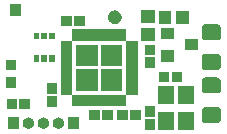
<source format=gts>
G04 #@! TF.GenerationSoftware,KiCad,Pcbnew,5.0.0-rc3+dfsg1-2*
G04 #@! TF.CreationDate,2018-07-25T10:31:46+09:00*
G04 #@! TF.ProjectId,fst-01,6673742D30312E6B696361645F706362,rev?*
G04 #@! TF.SameCoordinates,Original*
G04 #@! TF.FileFunction,Soldermask,Top*
G04 #@! TF.FilePolarity,Negative*
%FSLAX46Y46*%
G04 Gerber Fmt 4.6, Leading zero omitted, Abs format (unit mm)*
G04 Created by KiCad (PCBNEW 5.0.0-rc3+dfsg1-2) date Wed Jul 25 10:31:46 2018*
%MOMM*%
%LPD*%
G01*
G04 APERTURE LIST*
%ADD10C,0.150000*%
G04 APERTURE END LIST*
D10*
G36*
X122218450Y-103761540D02*
X121367550Y-103761540D01*
X121367550Y-102847140D01*
X122218450Y-102847140D01*
X122218450Y-103761540D01*
X122218450Y-103761540D01*
G37*
G36*
X125563137Y-103759614D02*
X124216937Y-103759614D01*
X124216937Y-102210214D01*
X125563137Y-102210214D01*
X125563137Y-103759614D01*
X125563137Y-103759614D01*
G37*
G36*
X123861337Y-103759614D02*
X122515137Y-103759614D01*
X122515137Y-102210214D01*
X123861337Y-102210214D01*
X123861337Y-103759614D01*
X123861337Y-103759614D01*
G37*
G36*
X112914902Y-102716900D02*
X112946917Y-102730161D01*
X113001564Y-102752796D01*
X113001565Y-102752797D01*
X113079560Y-102804911D01*
X113145889Y-102871240D01*
X113182513Y-102926053D01*
X113198004Y-102949236D01*
X113204113Y-102963985D01*
X113233900Y-103035898D01*
X113252200Y-103127898D01*
X113252200Y-103221702D01*
X113233900Y-103313702D01*
X113233898Y-103313706D01*
X113198004Y-103400364D01*
X113198003Y-103400365D01*
X113145889Y-103478360D01*
X113079560Y-103544689D01*
X113020997Y-103583819D01*
X113001564Y-103596804D01*
X112946917Y-103619439D01*
X112914902Y-103632700D01*
X112822902Y-103651000D01*
X112729098Y-103651000D01*
X112637098Y-103632700D01*
X112605083Y-103619439D01*
X112550436Y-103596804D01*
X112531003Y-103583819D01*
X112472440Y-103544689D01*
X112406111Y-103478360D01*
X112353997Y-103400365D01*
X112353996Y-103400364D01*
X112318102Y-103313706D01*
X112318100Y-103313702D01*
X112299800Y-103221702D01*
X112299800Y-103127898D01*
X112318100Y-103035898D01*
X112347887Y-102963985D01*
X112353996Y-102949236D01*
X112369487Y-102926053D01*
X112406111Y-102871240D01*
X112472440Y-102804911D01*
X112550435Y-102752797D01*
X112550436Y-102752796D01*
X112605083Y-102730161D01*
X112637098Y-102716900D01*
X112729098Y-102698600D01*
X112822902Y-102698600D01*
X112914902Y-102716900D01*
X112914902Y-102716900D01*
G37*
G36*
X111644902Y-102716900D02*
X111676917Y-102730161D01*
X111731564Y-102752796D01*
X111731565Y-102752797D01*
X111809560Y-102804911D01*
X111875889Y-102871240D01*
X111912513Y-102926053D01*
X111928004Y-102949236D01*
X111934113Y-102963985D01*
X111963900Y-103035898D01*
X111982200Y-103127898D01*
X111982200Y-103221702D01*
X111963900Y-103313702D01*
X111963898Y-103313706D01*
X111928004Y-103400364D01*
X111928003Y-103400365D01*
X111875889Y-103478360D01*
X111809560Y-103544689D01*
X111750997Y-103583819D01*
X111731564Y-103596804D01*
X111676917Y-103619439D01*
X111644902Y-103632700D01*
X111552902Y-103651000D01*
X111459098Y-103651000D01*
X111367098Y-103632700D01*
X111335083Y-103619439D01*
X111280436Y-103596804D01*
X111261003Y-103583819D01*
X111202440Y-103544689D01*
X111136111Y-103478360D01*
X111083997Y-103400365D01*
X111083996Y-103400364D01*
X111048102Y-103313706D01*
X111048100Y-103313702D01*
X111029800Y-103221702D01*
X111029800Y-103127898D01*
X111048100Y-103035898D01*
X111077887Y-102963985D01*
X111083996Y-102949236D01*
X111099487Y-102926053D01*
X111136111Y-102871240D01*
X111202440Y-102804911D01*
X111280435Y-102752797D01*
X111280436Y-102752796D01*
X111335083Y-102730161D01*
X111367098Y-102716900D01*
X111459098Y-102698600D01*
X111552902Y-102698600D01*
X111644902Y-102716900D01*
X111644902Y-102716900D01*
G37*
G36*
X110712200Y-103651000D02*
X109759800Y-103651000D01*
X109759800Y-102698600D01*
X110712200Y-102698600D01*
X110712200Y-103651000D01*
X110712200Y-103651000D01*
G37*
G36*
X114184902Y-102716900D02*
X114216917Y-102730161D01*
X114271564Y-102752796D01*
X114271565Y-102752797D01*
X114349560Y-102804911D01*
X114415889Y-102871240D01*
X114452513Y-102926053D01*
X114468004Y-102949236D01*
X114474113Y-102963985D01*
X114503900Y-103035898D01*
X114522200Y-103127898D01*
X114522200Y-103221702D01*
X114503900Y-103313702D01*
X114503898Y-103313706D01*
X114468004Y-103400364D01*
X114468003Y-103400365D01*
X114415889Y-103478360D01*
X114349560Y-103544689D01*
X114290997Y-103583819D01*
X114271564Y-103596804D01*
X114216917Y-103619439D01*
X114184902Y-103632700D01*
X114092902Y-103651000D01*
X113999098Y-103651000D01*
X113907098Y-103632700D01*
X113875083Y-103619439D01*
X113820436Y-103596804D01*
X113801003Y-103583819D01*
X113742440Y-103544689D01*
X113676111Y-103478360D01*
X113623997Y-103400365D01*
X113623996Y-103400364D01*
X113588102Y-103313706D01*
X113588100Y-103313702D01*
X113569800Y-103221702D01*
X113569800Y-103127898D01*
X113588100Y-103035898D01*
X113617887Y-102963985D01*
X113623996Y-102949236D01*
X113639487Y-102926053D01*
X113676111Y-102871240D01*
X113742440Y-102804911D01*
X113820435Y-102752797D01*
X113820436Y-102752796D01*
X113875083Y-102730161D01*
X113907098Y-102716900D01*
X113999098Y-102698600D01*
X114092902Y-102698600D01*
X114184902Y-102716900D01*
X114184902Y-102716900D01*
G37*
G36*
X115792200Y-103651000D02*
X114839800Y-103651000D01*
X114839800Y-102698600D01*
X115792200Y-102698600D01*
X115792200Y-103651000D01*
X115792200Y-103651000D01*
G37*
G36*
X127579553Y-101826488D02*
X127636968Y-101843904D01*
X127689877Y-101872184D01*
X127736254Y-101910246D01*
X127774316Y-101956623D01*
X127802596Y-102009532D01*
X127820012Y-102066947D01*
X127826200Y-102129767D01*
X127826200Y-102863233D01*
X127820012Y-102926053D01*
X127802596Y-102983468D01*
X127774316Y-103036377D01*
X127736254Y-103082754D01*
X127689877Y-103120816D01*
X127636968Y-103149096D01*
X127579553Y-103166512D01*
X127516733Y-103172700D01*
X126483267Y-103172700D01*
X126420447Y-103166512D01*
X126363032Y-103149096D01*
X126310123Y-103120816D01*
X126263746Y-103082754D01*
X126225684Y-103036377D01*
X126197404Y-102983468D01*
X126179988Y-102926053D01*
X126173800Y-102863233D01*
X126173800Y-102129767D01*
X126179988Y-102066947D01*
X126197404Y-102009532D01*
X126225684Y-101956623D01*
X126263746Y-101910246D01*
X126310123Y-101872184D01*
X126363032Y-101843904D01*
X126420447Y-101826488D01*
X126483267Y-101820300D01*
X127516733Y-101820300D01*
X127579553Y-101826488D01*
X127579553Y-101826488D01*
G37*
G36*
X121020840Y-102914450D02*
X120106440Y-102914450D01*
X120106440Y-102063550D01*
X121020840Y-102063550D01*
X121020840Y-102914450D01*
X121020840Y-102914450D01*
G37*
G36*
X117574060Y-102914450D02*
X116659660Y-102914450D01*
X116659660Y-102063550D01*
X117574060Y-102063550D01*
X117574060Y-102914450D01*
X117574060Y-102914450D01*
G37*
G36*
X118671340Y-102914450D02*
X117756940Y-102914450D01*
X117756940Y-102063550D01*
X118671340Y-102063550D01*
X118671340Y-102914450D01*
X118671340Y-102914450D01*
G37*
G36*
X119923560Y-102914450D02*
X119009160Y-102914450D01*
X119009160Y-102063550D01*
X119923560Y-102063550D01*
X119923560Y-102914450D01*
X119923560Y-102914450D01*
G37*
G36*
X122218450Y-102664260D02*
X121367550Y-102664260D01*
X121367550Y-101749860D01*
X122218450Y-101749860D01*
X122218450Y-102664260D01*
X122218450Y-102664260D01*
G37*
G36*
X110576360Y-101961950D02*
X109661960Y-101961950D01*
X109661960Y-101111050D01*
X110576360Y-101111050D01*
X110576360Y-101961950D01*
X110576360Y-101961950D01*
G37*
G36*
X111673640Y-101961950D02*
X110759240Y-101961950D01*
X110759240Y-101111050D01*
X111673640Y-101111050D01*
X111673640Y-101961950D01*
X111673640Y-101961950D01*
G37*
G36*
X113950750Y-101780340D02*
X113099850Y-101780340D01*
X113099850Y-100865940D01*
X113950750Y-100865940D01*
X113950750Y-101780340D01*
X113950750Y-101780340D01*
G37*
G36*
X119763968Y-96176191D02*
X119765188Y-96188579D01*
X119768802Y-96200491D01*
X119774670Y-96211470D01*
X119782567Y-96221092D01*
X119792189Y-96228989D01*
X119803168Y-96234857D01*
X119815080Y-96238471D01*
X119827468Y-96239691D01*
X120763458Y-96239691D01*
X120763458Y-100762451D01*
X119827468Y-100762451D01*
X119815080Y-100763671D01*
X119803168Y-100767285D01*
X119792189Y-100773153D01*
X119782567Y-100781050D01*
X119774670Y-100790672D01*
X119768802Y-100801651D01*
X119765188Y-100813563D01*
X119763968Y-100825951D01*
X119763968Y-101761941D01*
X115241208Y-101761941D01*
X115241208Y-100825951D01*
X115239988Y-100813563D01*
X115236374Y-100801651D01*
X115230506Y-100790672D01*
X115222609Y-100781050D01*
X115212987Y-100773153D01*
X115202008Y-100767285D01*
X115190096Y-100763671D01*
X115177708Y-100762451D01*
X114241718Y-100762451D01*
X114241718Y-96273001D01*
X115211018Y-96273001D01*
X115211018Y-100729141D01*
X115212238Y-100741529D01*
X115215852Y-100753441D01*
X115221720Y-100764420D01*
X115229617Y-100774042D01*
X115239239Y-100781939D01*
X115250218Y-100787807D01*
X115262130Y-100791421D01*
X115274518Y-100792641D01*
X119730658Y-100792641D01*
X119743046Y-100791421D01*
X119754958Y-100787807D01*
X119765937Y-100781939D01*
X119775559Y-100774042D01*
X119783456Y-100764420D01*
X119789324Y-100753441D01*
X119792938Y-100741529D01*
X119794158Y-100729141D01*
X119794158Y-96273001D01*
X119792938Y-96260613D01*
X119789324Y-96248701D01*
X119783456Y-96237722D01*
X119775559Y-96228100D01*
X119765937Y-96220203D01*
X119754958Y-96214335D01*
X119743046Y-96210721D01*
X119730658Y-96209501D01*
X115274518Y-96209501D01*
X115262130Y-96210721D01*
X115250218Y-96214335D01*
X115239239Y-96220203D01*
X115229617Y-96228100D01*
X115221720Y-96237722D01*
X115215852Y-96248701D01*
X115212238Y-96260613D01*
X115211018Y-96273001D01*
X114241718Y-96273001D01*
X114241718Y-96239691D01*
X115177708Y-96239691D01*
X115190096Y-96238471D01*
X115202008Y-96234857D01*
X115212987Y-96228989D01*
X115222609Y-96221092D01*
X115230506Y-96211470D01*
X115236374Y-96200491D01*
X115239988Y-96188579D01*
X115241208Y-96176191D01*
X115241208Y-95240201D01*
X119763968Y-95240201D01*
X119763968Y-96176191D01*
X119763968Y-96176191D01*
G37*
G36*
X117371188Y-100452471D02*
X115551188Y-100452471D01*
X115551188Y-98632471D01*
X117371188Y-98632471D01*
X117371188Y-100452471D01*
X117371188Y-100452471D01*
G37*
G36*
X119453988Y-100452471D02*
X117633988Y-100452471D01*
X117633988Y-98632471D01*
X119453988Y-98632471D01*
X119453988Y-100452471D01*
X119453988Y-100452471D01*
G37*
G36*
X119453988Y-98369671D02*
X117633988Y-98369671D01*
X117633988Y-96549671D01*
X119453988Y-96549671D01*
X119453988Y-98369671D01*
X119453988Y-98369671D01*
G37*
G36*
X117371188Y-98369671D02*
X115551188Y-98369671D01*
X115551188Y-96549671D01*
X117371188Y-96549671D01*
X117371188Y-98369671D01*
X117371188Y-98369671D01*
G37*
G36*
X123861337Y-101559974D02*
X122515137Y-101559974D01*
X122515137Y-100010574D01*
X123861337Y-100010574D01*
X123861337Y-101559974D01*
X123861337Y-101559974D01*
G37*
G36*
X125563137Y-101559974D02*
X124216937Y-101559974D01*
X124216937Y-100010574D01*
X125563137Y-100010574D01*
X125563137Y-101559974D01*
X125563137Y-101559974D01*
G37*
G36*
X113950750Y-100683060D02*
X113099850Y-100683060D01*
X113099850Y-99768660D01*
X113950750Y-99768660D01*
X113950750Y-100683060D01*
X113950750Y-100683060D01*
G37*
G36*
X127579553Y-99326488D02*
X127636968Y-99343904D01*
X127689877Y-99372184D01*
X127736254Y-99410246D01*
X127774316Y-99456623D01*
X127802596Y-99509532D01*
X127820012Y-99566947D01*
X127826200Y-99629767D01*
X127826200Y-100363233D01*
X127820012Y-100426053D01*
X127802596Y-100483468D01*
X127774316Y-100536377D01*
X127736254Y-100582754D01*
X127689877Y-100620816D01*
X127636968Y-100649096D01*
X127579553Y-100666512D01*
X127516733Y-100672700D01*
X126483267Y-100672700D01*
X126420447Y-100666512D01*
X126363032Y-100649096D01*
X126310123Y-100620816D01*
X126263746Y-100582754D01*
X126225684Y-100536377D01*
X126197404Y-100483468D01*
X126179988Y-100426053D01*
X126173800Y-100363233D01*
X126173800Y-99629767D01*
X126179988Y-99566947D01*
X126197404Y-99509532D01*
X126225684Y-99456623D01*
X126263746Y-99410246D01*
X126310123Y-99372184D01*
X126363032Y-99343904D01*
X126420447Y-99326488D01*
X126483267Y-99320300D01*
X127516733Y-99320300D01*
X127579553Y-99326488D01*
X127579553Y-99326488D01*
G37*
G36*
X110497100Y-100172000D02*
X109644700Y-100172000D01*
X109644700Y-99319600D01*
X110497100Y-99319600D01*
X110497100Y-100172000D01*
X110497100Y-100172000D01*
G37*
G36*
X124551440Y-99701350D02*
X123637040Y-99701350D01*
X123637040Y-98850450D01*
X124551440Y-98850450D01*
X124551440Y-99701350D01*
X124551440Y-99701350D01*
G37*
G36*
X123454160Y-99701350D02*
X122539760Y-99701350D01*
X122539760Y-98850450D01*
X123454160Y-98850450D01*
X123454160Y-99701350D01*
X123454160Y-99701350D01*
G37*
G36*
X110497100Y-98673400D02*
X109644700Y-98673400D01*
X109644700Y-97821000D01*
X110497100Y-97821000D01*
X110497100Y-98673400D01*
X110497100Y-98673400D01*
G37*
G36*
X127579553Y-97326488D02*
X127636968Y-97343904D01*
X127689877Y-97372184D01*
X127736254Y-97410246D01*
X127774316Y-97456623D01*
X127802596Y-97509532D01*
X127820012Y-97566947D01*
X127826200Y-97629767D01*
X127826200Y-98363233D01*
X127820012Y-98426053D01*
X127802596Y-98483468D01*
X127774316Y-98536377D01*
X127736254Y-98582754D01*
X127689877Y-98620816D01*
X127636968Y-98649096D01*
X127579553Y-98666512D01*
X127516733Y-98672700D01*
X126483267Y-98672700D01*
X126420447Y-98666512D01*
X126363032Y-98649096D01*
X126310123Y-98620816D01*
X126263746Y-98582754D01*
X126225684Y-98536377D01*
X126197404Y-98483468D01*
X126179988Y-98426053D01*
X126173800Y-98363233D01*
X126173800Y-97629767D01*
X126179988Y-97566947D01*
X126197404Y-97509532D01*
X126225684Y-97456623D01*
X126263746Y-97410246D01*
X126310123Y-97372184D01*
X126363032Y-97343904D01*
X126420447Y-97326488D01*
X126483267Y-97320300D01*
X127516733Y-97320300D01*
X127579553Y-97326488D01*
X127579553Y-97326488D01*
G37*
G36*
X122205750Y-98541840D02*
X121354850Y-98541840D01*
X121354850Y-97627440D01*
X122205750Y-97627440D01*
X122205750Y-98541840D01*
X122205750Y-98541840D01*
G37*
G36*
X112426750Y-97999550D02*
X111951770Y-97999550D01*
X111951770Y-97422970D01*
X112426750Y-97422970D01*
X112426750Y-97999550D01*
X112426750Y-97999550D01*
G37*
G36*
X113076990Y-97999550D02*
X112602010Y-97999550D01*
X112602010Y-97422970D01*
X113076990Y-97422970D01*
X113076990Y-97999550D01*
X113076990Y-97999550D01*
G37*
G36*
X113727230Y-97999550D02*
X113252250Y-97999550D01*
X113252250Y-97422970D01*
X113727230Y-97422970D01*
X113727230Y-97999550D01*
X113727230Y-97999550D01*
G37*
G36*
X123833800Y-97984300D02*
X122781400Y-97984300D01*
X122781400Y-97031900D01*
X123833800Y-97031900D01*
X123833800Y-97984300D01*
X123833800Y-97984300D01*
G37*
G36*
X122205750Y-97444560D02*
X121354850Y-97444560D01*
X121354850Y-96530160D01*
X122205750Y-96530160D01*
X122205750Y-97444560D01*
X122205750Y-97444560D01*
G37*
G36*
X125833800Y-97034300D02*
X124781400Y-97034300D01*
X124781400Y-96081900D01*
X125833800Y-96081900D01*
X125833800Y-97034300D01*
X125833800Y-97034300D01*
G37*
G36*
X122204480Y-96202500D02*
X121051320Y-96202500D01*
X121051320Y-95150940D01*
X122204480Y-95150940D01*
X122204480Y-96202500D01*
X122204480Y-96202500D01*
G37*
G36*
X127579553Y-94826368D02*
X127636968Y-94843784D01*
X127689877Y-94872064D01*
X127736254Y-94910126D01*
X127774316Y-94956503D01*
X127802596Y-95009412D01*
X127820012Y-95066827D01*
X127826200Y-95129647D01*
X127826200Y-95863113D01*
X127820012Y-95925933D01*
X127802596Y-95983348D01*
X127774316Y-96036257D01*
X127736254Y-96082634D01*
X127689877Y-96120696D01*
X127636968Y-96148976D01*
X127579553Y-96166392D01*
X127516733Y-96172580D01*
X126483267Y-96172580D01*
X126420447Y-96166392D01*
X126363032Y-96148976D01*
X126310123Y-96120696D01*
X126263746Y-96082634D01*
X126225684Y-96036257D01*
X126197404Y-95983348D01*
X126179988Y-95925933D01*
X126173800Y-95863113D01*
X126173800Y-95129647D01*
X126179988Y-95066827D01*
X126197404Y-95009412D01*
X126225684Y-94956503D01*
X126263746Y-94910126D01*
X126310123Y-94872064D01*
X126363032Y-94843784D01*
X126420447Y-94826368D01*
X126483267Y-94820180D01*
X127516733Y-94820180D01*
X127579553Y-94826368D01*
X127579553Y-94826368D01*
G37*
G36*
X113727230Y-96099630D02*
X113252250Y-96099630D01*
X113252250Y-95523050D01*
X113727230Y-95523050D01*
X113727230Y-96099630D01*
X113727230Y-96099630D01*
G37*
G36*
X113076990Y-96099630D02*
X112602010Y-96099630D01*
X112602010Y-95523050D01*
X113076990Y-95523050D01*
X113076990Y-96099630D01*
X113076990Y-96099630D01*
G37*
G36*
X112426750Y-96099630D02*
X111951770Y-96099630D01*
X111951770Y-95523050D01*
X112426750Y-95523050D01*
X112426750Y-96099630D01*
X112426750Y-96099630D01*
G37*
G36*
X123833800Y-96084300D02*
X122781400Y-96084300D01*
X122781400Y-95131900D01*
X123833800Y-95131900D01*
X123833800Y-96084300D01*
X123833800Y-96084300D01*
G37*
G36*
X116283740Y-94951550D02*
X115369340Y-94951550D01*
X115369340Y-94100650D01*
X116283740Y-94100650D01*
X116283740Y-94951550D01*
X116283740Y-94951550D01*
G37*
G36*
X115186460Y-94951550D02*
X114272060Y-94951550D01*
X114272060Y-94100650D01*
X115186460Y-94100650D01*
X115186460Y-94951550D01*
X115186460Y-94951550D01*
G37*
G36*
X125102620Y-94810580D02*
X124051060Y-94810580D01*
X124051060Y-93657420D01*
X125102620Y-93657420D01*
X125102620Y-94810580D01*
X125102620Y-94810580D01*
G37*
G36*
X123598940Y-94810580D02*
X122547380Y-94810580D01*
X122547380Y-93657420D01*
X123598940Y-93657420D01*
X123598940Y-94810580D01*
X123598940Y-94810580D01*
G37*
G36*
X118994351Y-93659623D02*
X119099213Y-93703058D01*
X119193586Y-93766116D01*
X119273844Y-93846374D01*
X119336902Y-93940747D01*
X119380337Y-94045609D01*
X119402480Y-94156929D01*
X119402480Y-94270431D01*
X119380337Y-94381751D01*
X119336902Y-94486613D01*
X119273844Y-94580986D01*
X119193586Y-94661244D01*
X119099213Y-94724302D01*
X118994351Y-94767737D01*
X118883031Y-94789880D01*
X118769529Y-94789880D01*
X118658209Y-94767737D01*
X118553347Y-94724302D01*
X118458974Y-94661244D01*
X118378716Y-94580986D01*
X118315658Y-94486613D01*
X118272223Y-94381751D01*
X118250080Y-94270431D01*
X118250080Y-94156929D01*
X118272223Y-94045609D01*
X118315658Y-93940747D01*
X118378716Y-93846374D01*
X118458974Y-93766116D01*
X118553347Y-93703058D01*
X118658209Y-93659623D01*
X118769529Y-93637480D01*
X118883031Y-93637480D01*
X118994351Y-93659623D01*
X118994351Y-93659623D01*
G37*
G36*
X122204480Y-94698820D02*
X121051320Y-94698820D01*
X121051320Y-93647260D01*
X122204480Y-93647260D01*
X122204480Y-94698820D01*
X122204480Y-94698820D01*
G37*
G36*
X110907780Y-94080280D02*
X109955380Y-94080280D01*
X109955380Y-93127880D01*
X110907780Y-93127880D01*
X110907780Y-94080280D01*
X110907780Y-94080280D01*
G37*
M02*

</source>
